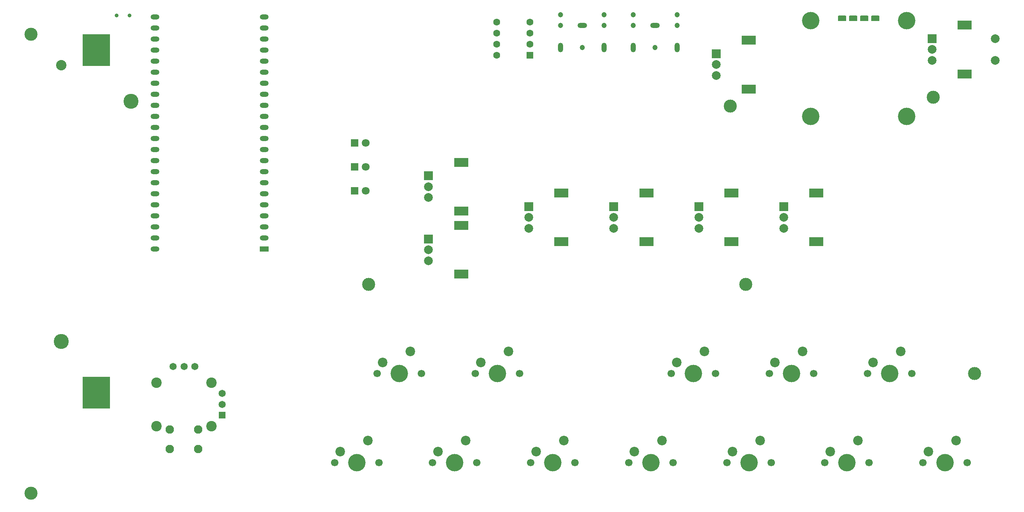
<source format=gbr>
%TF.GenerationSoftware,KiCad,Pcbnew,9.0.0*%
%TF.CreationDate,2026-01-06T01:29:00-05:00*%
%TF.ProjectId,NanoFreak,4e616e6f-4672-4656-916b-2e6b69636164,rev?*%
%TF.SameCoordinates,Original*%
%TF.FileFunction,Soldermask,Bot*%
%TF.FilePolarity,Negative*%
%FSLAX46Y46*%
G04 Gerber Fmt 4.6, Leading zero omitted, Abs format (unit mm)*
G04 Created by KiCad (PCBNEW 9.0.0) date 2026-01-06 01:29:00*
%MOMM*%
%LPD*%
G01*
G04 APERTURE LIST*
G04 Aperture macros list*
%AMRoundRect*
0 Rectangle with rounded corners*
0 $1 Rounding radius*
0 $2 $3 $4 $5 $6 $7 $8 $9 X,Y pos of 4 corners*
0 Add a 4 corners polygon primitive as box body*
4,1,4,$2,$3,$4,$5,$6,$7,$8,$9,$2,$3,0*
0 Add four circle primitives for the rounded corners*
1,1,$1+$1,$2,$3*
1,1,$1+$1,$4,$5*
1,1,$1+$1,$6,$7*
1,1,$1+$1,$8,$9*
0 Add four rect primitives between the rounded corners*
20,1,$1+$1,$2,$3,$4,$5,0*
20,1,$1+$1,$4,$5,$6,$7,0*
20,1,$1+$1,$6,$7,$8,$9,0*
20,1,$1+$1,$8,$9,$2,$3,0*%
G04 Aperture macros list end*
%ADD10C,1.700000*%
%ADD11C,4.000000*%
%ADD12C,2.200000*%
%ADD13R,2.000000X2.000000*%
%ADD14C,2.000000*%
%ADD15R,3.200000X2.000000*%
%ADD16R,1.800000X1.800000*%
%ADD17C,1.800000*%
%ADD18C,3.000000*%
%ADD19R,2.000000X1.200000*%
%ADD20O,2.000000X1.200000*%
%ADD21C,1.950000*%
%ADD22C,2.400000*%
%ADD23R,1.650000X1.650000*%
%ADD24C,1.650000*%
%ADD25C,0.900000*%
%ADD26RoundRect,0.190500X-0.762000X-0.444500X0.762000X-0.444500X0.762000X0.444500X-0.762000X0.444500X0*%
%ADD27C,1.200000*%
%ADD28O,1.200000X2.200000*%
%ADD29O,2.200000X1.200000*%
%ADD30RoundRect,0.250000X0.550000X0.550000X-0.550000X0.550000X-0.550000X-0.550000X0.550000X-0.550000X0*%
%ADD31C,1.600000*%
%ADD32C,2.390000*%
%ADD33C,3.450000*%
%ADD34R,6.350000X7.340000*%
G04 APERTURE END LIST*
D10*
%TO.C,SW11*%
X163920000Y-105500000D03*
D11*
X169000000Y-105500000D03*
D10*
X174080000Y-105500000D03*
D12*
X171540000Y-100420000D03*
X165190000Y-102960000D03*
%TD*%
D13*
%TO.C,RV2*%
X150725000Y-67080000D03*
D14*
X150725000Y-69580000D03*
X150725000Y-72080000D03*
D15*
X158225000Y-63980000D03*
X158225000Y-75180000D03*
%TD*%
D13*
%TO.C,RV5*%
X108225000Y-60025000D03*
D14*
X108225000Y-62525000D03*
X108225000Y-65025000D03*
D15*
X115725000Y-56925000D03*
X115725000Y-68125000D03*
%TD*%
D10*
%TO.C,SW12*%
X176670000Y-125960000D03*
D11*
X181750000Y-125960000D03*
D10*
X186830000Y-125960000D03*
D12*
X184290000Y-120880000D03*
X177940000Y-123420000D03*
%TD*%
D10*
%TO.C,SW14*%
X199170000Y-125960000D03*
D11*
X204250000Y-125960000D03*
D10*
X209330000Y-125960000D03*
D12*
X206790000Y-120880000D03*
X200440000Y-123420000D03*
%TD*%
D16*
%TO.C,D7*%
X91230000Y-63440000D03*
D17*
X93770000Y-63440000D03*
%TD*%
D13*
%TO.C,RV3*%
X170225000Y-67080000D03*
D14*
X170225000Y-69580000D03*
X170225000Y-72080000D03*
D15*
X177725000Y-63980000D03*
X177725000Y-75180000D03*
%TD*%
D13*
%TO.C,RV4*%
X189725000Y-67080000D03*
D14*
X189725000Y-69580000D03*
X189725000Y-72080000D03*
D15*
X197225000Y-63980000D03*
X197225000Y-75180000D03*
%TD*%
D18*
%TO.C,*%
X181000000Y-85000000D03*
%TD*%
D10*
%TO.C,SW5*%
X86670000Y-125960000D03*
D11*
X91750000Y-125960000D03*
D10*
X96830000Y-125960000D03*
D12*
X94290000Y-120880000D03*
X87940000Y-123420000D03*
%TD*%
D18*
%TO.C,*%
X17000000Y-133000000D03*
%TD*%
D10*
%TO.C,SW15*%
X208920000Y-105500000D03*
D11*
X214000000Y-105500000D03*
D10*
X219080000Y-105500000D03*
D12*
X216540000Y-100420000D03*
X210190000Y-102960000D03*
%TD*%
D18*
%TO.C,*%
X17000000Y-27500000D03*
%TD*%
D10*
%TO.C,SW16*%
X221670000Y-125960000D03*
D11*
X226750000Y-125960000D03*
D10*
X231830000Y-125960000D03*
D12*
X229290000Y-120880000D03*
X222940000Y-123420000D03*
%TD*%
D19*
%TO.C,U1*%
X70496320Y-76837280D03*
D20*
X70496320Y-74297280D03*
X70496320Y-71757280D03*
X70496320Y-69217280D03*
X70496320Y-66677280D03*
X70496320Y-64137280D03*
X70496320Y-61597280D03*
X70496320Y-59057280D03*
X70496320Y-56517280D03*
X70496320Y-53977280D03*
X70496320Y-51437280D03*
X70496320Y-48897280D03*
X70496320Y-46357280D03*
X70496320Y-43817280D03*
X70496320Y-41277280D03*
X70496320Y-38737280D03*
X70496320Y-36197280D03*
X70496320Y-33657280D03*
X70496320Y-31117280D03*
X70500000Y-28580000D03*
X70500000Y-26040000D03*
X70500000Y-23500000D03*
X45496320Y-23497280D03*
X45496320Y-26037280D03*
X45496320Y-28577280D03*
X45496320Y-31117280D03*
X45496320Y-33657280D03*
X45496320Y-36197280D03*
X45496320Y-38737280D03*
X45496320Y-41277280D03*
X45496320Y-43817280D03*
X45496320Y-46357280D03*
X45496320Y-48897280D03*
X45496320Y-51437280D03*
X45496320Y-53977280D03*
X45496320Y-56517280D03*
X45496320Y-59057280D03*
X45496320Y-61597280D03*
X45496320Y-64137280D03*
X45496320Y-66677280D03*
X45496320Y-69217280D03*
X45496320Y-71757280D03*
X45496320Y-74297280D03*
X45496320Y-76837280D03*
%TD*%
D21*
%TO.C,U7*%
X48862500Y-118300000D03*
X55362500Y-118300000D03*
X48862500Y-122800000D03*
X55362500Y-122800000D03*
D22*
X58437500Y-107550000D03*
X45787500Y-107550000D03*
X45787500Y-117550000D03*
X58437500Y-117550000D03*
D23*
X60842500Y-115050000D03*
D24*
X60842500Y-112550000D03*
X60842500Y-110050000D03*
X54612500Y-103820000D03*
X52112500Y-103820000D03*
X49612500Y-103820000D03*
%TD*%
D13*
%TO.C,RV7*%
X174225000Y-31975000D03*
D14*
X174225000Y-34475000D03*
X174225000Y-36975000D03*
D15*
X181725000Y-28875000D03*
X181725000Y-40075000D03*
%TD*%
D18*
%TO.C,*%
X233500000Y-105500000D03*
%TD*%
D10*
%TO.C,SW8*%
X118920000Y-105500000D03*
D11*
X124000000Y-105500000D03*
D10*
X129080000Y-105500000D03*
D12*
X126540000Y-100420000D03*
X120190000Y-102960000D03*
%TD*%
D25*
%TO.C,SW18*%
X39650000Y-23170000D03*
X36650000Y-23170000D03*
%TD*%
D11*
%TO.C,U8*%
X195940000Y-24390000D03*
X195940000Y-46390000D03*
X217940000Y-24390000D03*
X217940000Y-46390000D03*
D26*
X203110000Y-23890000D03*
X205650000Y-23890000D03*
X208190000Y-23890000D03*
X210730000Y-23890000D03*
%TD*%
D13*
%TO.C,SW1*%
X223750000Y-28500000D03*
D14*
X223750000Y-33500000D03*
X223750000Y-31000000D03*
D15*
X231250000Y-25400000D03*
X231250000Y-36600000D03*
D14*
X238250000Y-33500000D03*
X238250000Y-28500000D03*
%TD*%
D10*
%TO.C,SW6*%
X96420000Y-105500000D03*
D11*
X101500000Y-105500000D03*
D10*
X106580000Y-105500000D03*
D12*
X104040000Y-100420000D03*
X97690000Y-102960000D03*
%TD*%
D10*
%TO.C,SW9*%
X131670000Y-125960000D03*
D11*
X136750000Y-125960000D03*
D10*
X141830000Y-125960000D03*
D12*
X139290000Y-120880000D03*
X132940000Y-123420000D03*
%TD*%
D13*
%TO.C,RV6*%
X108225000Y-74525000D03*
D14*
X108225000Y-77025000D03*
X108225000Y-79525000D03*
D15*
X115725000Y-71425000D03*
X115725000Y-82625000D03*
%TD*%
D10*
%TO.C,SW7*%
X109170000Y-125960000D03*
D11*
X114250000Y-125960000D03*
D10*
X119330000Y-125960000D03*
D12*
X116790000Y-120880000D03*
X110440000Y-123420000D03*
%TD*%
D27*
%TO.C,J2*%
X148500000Y-25500000D03*
X148500000Y-23000000D03*
X143500000Y-30500000D03*
X138500000Y-25500000D03*
X138500000Y-23000000D03*
D28*
X148500000Y-30500000D03*
D29*
X143500000Y-25500000D03*
D28*
X138500000Y-30500000D03*
%TD*%
D18*
%TO.C,*%
X177500000Y-44000000D03*
%TD*%
D10*
%TO.C,SW10*%
X154170000Y-125960000D03*
D11*
X159250000Y-125960000D03*
D10*
X164330000Y-125960000D03*
D12*
X161790000Y-120880000D03*
X155440000Y-123420000D03*
%TD*%
D16*
%TO.C,D6*%
X91230000Y-57970000D03*
D17*
X93770000Y-57970000D03*
%TD*%
D30*
%TO.C,U4*%
X131500000Y-32310000D03*
D31*
X131500000Y-29770000D03*
X131500000Y-27230000D03*
X131500000Y-24690000D03*
X123880000Y-24690000D03*
X123880000Y-27230000D03*
X123880000Y-29770000D03*
X123880000Y-32310000D03*
%TD*%
D18*
%TO.C,*%
X224000000Y-42000000D03*
%TD*%
%TO.C,*%
X94500000Y-85000000D03*
%TD*%
D27*
%TO.C,J1*%
X165230000Y-25500000D03*
X165230000Y-23000000D03*
X160230000Y-30500000D03*
X155230000Y-25500000D03*
X155230000Y-23000000D03*
D28*
X165230000Y-30500000D03*
D29*
X160230000Y-25500000D03*
D28*
X155230000Y-30500000D03*
%TD*%
D10*
%TO.C,SW13*%
X186420000Y-105500000D03*
D11*
X191500000Y-105500000D03*
D10*
X196580000Y-105500000D03*
D12*
X194040000Y-100420000D03*
X187690000Y-102960000D03*
%TD*%
D16*
%TO.C,D5*%
X91230000Y-52500000D03*
D17*
X93770000Y-52500000D03*
%TD*%
D13*
%TO.C,RV1*%
X131225000Y-67080000D03*
D14*
X131225000Y-69580000D03*
X131225000Y-72080000D03*
D15*
X138725000Y-63980000D03*
X138725000Y-75180000D03*
%TD*%
D32*
%TO.C,BT1*%
X24000000Y-34570000D03*
D33*
X40000000Y-42900000D03*
X24000000Y-98100000D03*
D34*
X32000000Y-31170000D03*
X32000000Y-109830000D03*
%TD*%
M02*

</source>
